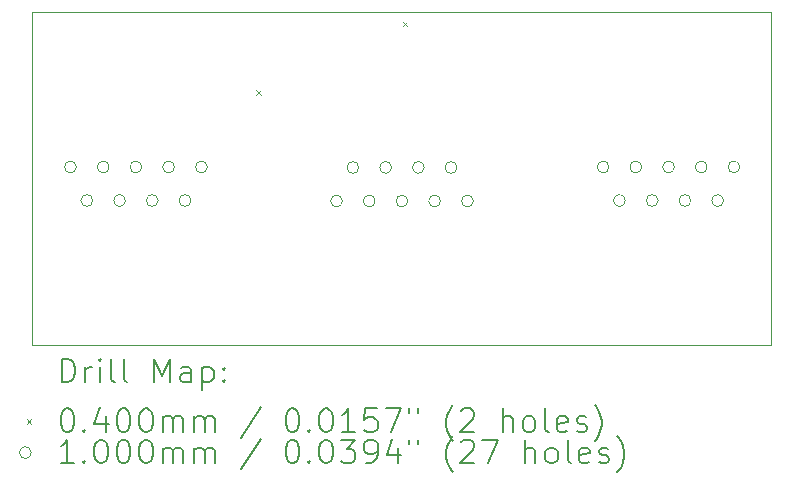
<source format=gbr>
%FSLAX45Y45*%
G04 Gerber Fmt 4.5, Leading zero omitted, Abs format (unit mm)*
G04 Created by KiCad (PCBNEW (6.0.1)) date 2023-01-17 21:15:09*
%MOMM*%
%LPD*%
G01*
G04 APERTURE LIST*
%TA.AperFunction,Profile*%
%ADD10C,0.100000*%
%TD*%
%ADD11C,0.200000*%
%ADD12C,0.040000*%
%ADD13C,0.100000*%
G04 APERTURE END LIST*
D10*
X11160000Y-5920000D02*
X17420000Y-5920000D01*
X17420000Y-5920000D02*
X17420000Y-8740000D01*
X17420000Y-8740000D02*
X11160000Y-8740000D01*
X11160000Y-8740000D02*
X11160000Y-5920000D01*
D11*
D12*
X13060000Y-6580000D02*
X13100000Y-6620000D01*
X13100000Y-6580000D02*
X13060000Y-6620000D01*
X14300000Y-6000000D02*
X14340000Y-6040000D01*
X14340000Y-6000000D02*
X14300000Y-6040000D01*
D13*
X11537000Y-7230967D02*
G75*
G03*
X11537000Y-7230967I-50000J0D01*
G01*
X11675500Y-7514967D02*
G75*
G03*
X11675500Y-7514967I-50000J0D01*
G01*
X11814000Y-7230967D02*
G75*
G03*
X11814000Y-7230967I-50000J0D01*
G01*
X11952500Y-7514967D02*
G75*
G03*
X11952500Y-7514967I-50000J0D01*
G01*
X12091000Y-7230967D02*
G75*
G03*
X12091000Y-7230967I-50000J0D01*
G01*
X12229500Y-7514967D02*
G75*
G03*
X12229500Y-7514967I-50000J0D01*
G01*
X12368000Y-7230967D02*
G75*
G03*
X12368000Y-7230967I-50000J0D01*
G01*
X12506500Y-7514967D02*
G75*
G03*
X12506500Y-7514967I-50000J0D01*
G01*
X12645000Y-7230967D02*
G75*
G03*
X12645000Y-7230967I-50000J0D01*
G01*
X13790000Y-7519033D02*
G75*
G03*
X13790000Y-7519033I-50000J0D01*
G01*
X13928500Y-7235033D02*
G75*
G03*
X13928500Y-7235033I-50000J0D01*
G01*
X14067000Y-7519033D02*
G75*
G03*
X14067000Y-7519033I-50000J0D01*
G01*
X14205500Y-7235033D02*
G75*
G03*
X14205500Y-7235033I-50000J0D01*
G01*
X14344000Y-7519033D02*
G75*
G03*
X14344000Y-7519033I-50000J0D01*
G01*
X14482500Y-7235033D02*
G75*
G03*
X14482500Y-7235033I-50000J0D01*
G01*
X14621000Y-7519033D02*
G75*
G03*
X14621000Y-7519033I-50000J0D01*
G01*
X14759500Y-7235033D02*
G75*
G03*
X14759500Y-7235033I-50000J0D01*
G01*
X14898000Y-7519033D02*
G75*
G03*
X14898000Y-7519033I-50000J0D01*
G01*
X16047000Y-7230967D02*
G75*
G03*
X16047000Y-7230967I-50000J0D01*
G01*
X16185500Y-7514967D02*
G75*
G03*
X16185500Y-7514967I-50000J0D01*
G01*
X16324000Y-7230967D02*
G75*
G03*
X16324000Y-7230967I-50000J0D01*
G01*
X16462500Y-7514967D02*
G75*
G03*
X16462500Y-7514967I-50000J0D01*
G01*
X16601000Y-7230967D02*
G75*
G03*
X16601000Y-7230967I-50000J0D01*
G01*
X16739500Y-7514967D02*
G75*
G03*
X16739500Y-7514967I-50000J0D01*
G01*
X16878000Y-7230967D02*
G75*
G03*
X16878000Y-7230967I-50000J0D01*
G01*
X17016500Y-7514967D02*
G75*
G03*
X17016500Y-7514967I-50000J0D01*
G01*
X17155000Y-7230967D02*
G75*
G03*
X17155000Y-7230967I-50000J0D01*
G01*
D11*
X11412619Y-9055476D02*
X11412619Y-8855476D01*
X11460238Y-8855476D01*
X11488809Y-8865000D01*
X11507857Y-8884048D01*
X11517381Y-8903095D01*
X11526905Y-8941190D01*
X11526905Y-8969762D01*
X11517381Y-9007857D01*
X11507857Y-9026905D01*
X11488809Y-9045952D01*
X11460238Y-9055476D01*
X11412619Y-9055476D01*
X11612619Y-9055476D02*
X11612619Y-8922143D01*
X11612619Y-8960238D02*
X11622143Y-8941190D01*
X11631667Y-8931667D01*
X11650714Y-8922143D01*
X11669762Y-8922143D01*
X11736428Y-9055476D02*
X11736428Y-8922143D01*
X11736428Y-8855476D02*
X11726905Y-8865000D01*
X11736428Y-8874524D01*
X11745952Y-8865000D01*
X11736428Y-8855476D01*
X11736428Y-8874524D01*
X11860238Y-9055476D02*
X11841190Y-9045952D01*
X11831667Y-9026905D01*
X11831667Y-8855476D01*
X11965000Y-9055476D02*
X11945952Y-9045952D01*
X11936428Y-9026905D01*
X11936428Y-8855476D01*
X12193571Y-9055476D02*
X12193571Y-8855476D01*
X12260238Y-8998333D01*
X12326905Y-8855476D01*
X12326905Y-9055476D01*
X12507857Y-9055476D02*
X12507857Y-8950714D01*
X12498333Y-8931667D01*
X12479286Y-8922143D01*
X12441190Y-8922143D01*
X12422143Y-8931667D01*
X12507857Y-9045952D02*
X12488809Y-9055476D01*
X12441190Y-9055476D01*
X12422143Y-9045952D01*
X12412619Y-9026905D01*
X12412619Y-9007857D01*
X12422143Y-8988810D01*
X12441190Y-8979286D01*
X12488809Y-8979286D01*
X12507857Y-8969762D01*
X12603095Y-8922143D02*
X12603095Y-9122143D01*
X12603095Y-8931667D02*
X12622143Y-8922143D01*
X12660238Y-8922143D01*
X12679286Y-8931667D01*
X12688809Y-8941190D01*
X12698333Y-8960238D01*
X12698333Y-9017381D01*
X12688809Y-9036429D01*
X12679286Y-9045952D01*
X12660238Y-9055476D01*
X12622143Y-9055476D01*
X12603095Y-9045952D01*
X12784048Y-9036429D02*
X12793571Y-9045952D01*
X12784048Y-9055476D01*
X12774524Y-9045952D01*
X12784048Y-9036429D01*
X12784048Y-9055476D01*
X12784048Y-8931667D02*
X12793571Y-8941190D01*
X12784048Y-8950714D01*
X12774524Y-8941190D01*
X12784048Y-8931667D01*
X12784048Y-8950714D01*
D12*
X11115000Y-9365000D02*
X11155000Y-9405000D01*
X11155000Y-9365000D02*
X11115000Y-9405000D01*
D11*
X11450714Y-9275476D02*
X11469762Y-9275476D01*
X11488809Y-9285000D01*
X11498333Y-9294524D01*
X11507857Y-9313571D01*
X11517381Y-9351667D01*
X11517381Y-9399286D01*
X11507857Y-9437381D01*
X11498333Y-9456429D01*
X11488809Y-9465952D01*
X11469762Y-9475476D01*
X11450714Y-9475476D01*
X11431667Y-9465952D01*
X11422143Y-9456429D01*
X11412619Y-9437381D01*
X11403095Y-9399286D01*
X11403095Y-9351667D01*
X11412619Y-9313571D01*
X11422143Y-9294524D01*
X11431667Y-9285000D01*
X11450714Y-9275476D01*
X11603095Y-9456429D02*
X11612619Y-9465952D01*
X11603095Y-9475476D01*
X11593571Y-9465952D01*
X11603095Y-9456429D01*
X11603095Y-9475476D01*
X11784048Y-9342143D02*
X11784048Y-9475476D01*
X11736428Y-9265952D02*
X11688809Y-9408810D01*
X11812619Y-9408810D01*
X11926905Y-9275476D02*
X11945952Y-9275476D01*
X11965000Y-9285000D01*
X11974524Y-9294524D01*
X11984048Y-9313571D01*
X11993571Y-9351667D01*
X11993571Y-9399286D01*
X11984048Y-9437381D01*
X11974524Y-9456429D01*
X11965000Y-9465952D01*
X11945952Y-9475476D01*
X11926905Y-9475476D01*
X11907857Y-9465952D01*
X11898333Y-9456429D01*
X11888809Y-9437381D01*
X11879286Y-9399286D01*
X11879286Y-9351667D01*
X11888809Y-9313571D01*
X11898333Y-9294524D01*
X11907857Y-9285000D01*
X11926905Y-9275476D01*
X12117381Y-9275476D02*
X12136428Y-9275476D01*
X12155476Y-9285000D01*
X12165000Y-9294524D01*
X12174524Y-9313571D01*
X12184048Y-9351667D01*
X12184048Y-9399286D01*
X12174524Y-9437381D01*
X12165000Y-9456429D01*
X12155476Y-9465952D01*
X12136428Y-9475476D01*
X12117381Y-9475476D01*
X12098333Y-9465952D01*
X12088809Y-9456429D01*
X12079286Y-9437381D01*
X12069762Y-9399286D01*
X12069762Y-9351667D01*
X12079286Y-9313571D01*
X12088809Y-9294524D01*
X12098333Y-9285000D01*
X12117381Y-9275476D01*
X12269762Y-9475476D02*
X12269762Y-9342143D01*
X12269762Y-9361190D02*
X12279286Y-9351667D01*
X12298333Y-9342143D01*
X12326905Y-9342143D01*
X12345952Y-9351667D01*
X12355476Y-9370714D01*
X12355476Y-9475476D01*
X12355476Y-9370714D02*
X12365000Y-9351667D01*
X12384048Y-9342143D01*
X12412619Y-9342143D01*
X12431667Y-9351667D01*
X12441190Y-9370714D01*
X12441190Y-9475476D01*
X12536428Y-9475476D02*
X12536428Y-9342143D01*
X12536428Y-9361190D02*
X12545952Y-9351667D01*
X12565000Y-9342143D01*
X12593571Y-9342143D01*
X12612619Y-9351667D01*
X12622143Y-9370714D01*
X12622143Y-9475476D01*
X12622143Y-9370714D02*
X12631667Y-9351667D01*
X12650714Y-9342143D01*
X12679286Y-9342143D01*
X12698333Y-9351667D01*
X12707857Y-9370714D01*
X12707857Y-9475476D01*
X13098333Y-9265952D02*
X12926905Y-9523095D01*
X13355476Y-9275476D02*
X13374524Y-9275476D01*
X13393571Y-9285000D01*
X13403095Y-9294524D01*
X13412619Y-9313571D01*
X13422143Y-9351667D01*
X13422143Y-9399286D01*
X13412619Y-9437381D01*
X13403095Y-9456429D01*
X13393571Y-9465952D01*
X13374524Y-9475476D01*
X13355476Y-9475476D01*
X13336428Y-9465952D01*
X13326905Y-9456429D01*
X13317381Y-9437381D01*
X13307857Y-9399286D01*
X13307857Y-9351667D01*
X13317381Y-9313571D01*
X13326905Y-9294524D01*
X13336428Y-9285000D01*
X13355476Y-9275476D01*
X13507857Y-9456429D02*
X13517381Y-9465952D01*
X13507857Y-9475476D01*
X13498333Y-9465952D01*
X13507857Y-9456429D01*
X13507857Y-9475476D01*
X13641190Y-9275476D02*
X13660238Y-9275476D01*
X13679286Y-9285000D01*
X13688809Y-9294524D01*
X13698333Y-9313571D01*
X13707857Y-9351667D01*
X13707857Y-9399286D01*
X13698333Y-9437381D01*
X13688809Y-9456429D01*
X13679286Y-9465952D01*
X13660238Y-9475476D01*
X13641190Y-9475476D01*
X13622143Y-9465952D01*
X13612619Y-9456429D01*
X13603095Y-9437381D01*
X13593571Y-9399286D01*
X13593571Y-9351667D01*
X13603095Y-9313571D01*
X13612619Y-9294524D01*
X13622143Y-9285000D01*
X13641190Y-9275476D01*
X13898333Y-9475476D02*
X13784048Y-9475476D01*
X13841190Y-9475476D02*
X13841190Y-9275476D01*
X13822143Y-9304048D01*
X13803095Y-9323095D01*
X13784048Y-9332619D01*
X14079286Y-9275476D02*
X13984048Y-9275476D01*
X13974524Y-9370714D01*
X13984048Y-9361190D01*
X14003095Y-9351667D01*
X14050714Y-9351667D01*
X14069762Y-9361190D01*
X14079286Y-9370714D01*
X14088809Y-9389762D01*
X14088809Y-9437381D01*
X14079286Y-9456429D01*
X14069762Y-9465952D01*
X14050714Y-9475476D01*
X14003095Y-9475476D01*
X13984048Y-9465952D01*
X13974524Y-9456429D01*
X14155476Y-9275476D02*
X14288809Y-9275476D01*
X14203095Y-9475476D01*
X14355476Y-9275476D02*
X14355476Y-9313571D01*
X14431667Y-9275476D02*
X14431667Y-9313571D01*
X14726905Y-9551667D02*
X14717381Y-9542143D01*
X14698333Y-9513571D01*
X14688809Y-9494524D01*
X14679286Y-9465952D01*
X14669762Y-9418333D01*
X14669762Y-9380238D01*
X14679286Y-9332619D01*
X14688809Y-9304048D01*
X14698333Y-9285000D01*
X14717381Y-9256429D01*
X14726905Y-9246905D01*
X14793571Y-9294524D02*
X14803095Y-9285000D01*
X14822143Y-9275476D01*
X14869762Y-9275476D01*
X14888809Y-9285000D01*
X14898333Y-9294524D01*
X14907857Y-9313571D01*
X14907857Y-9332619D01*
X14898333Y-9361190D01*
X14784048Y-9475476D01*
X14907857Y-9475476D01*
X15145952Y-9475476D02*
X15145952Y-9275476D01*
X15231667Y-9475476D02*
X15231667Y-9370714D01*
X15222143Y-9351667D01*
X15203095Y-9342143D01*
X15174524Y-9342143D01*
X15155476Y-9351667D01*
X15145952Y-9361190D01*
X15355476Y-9475476D02*
X15336428Y-9465952D01*
X15326905Y-9456429D01*
X15317381Y-9437381D01*
X15317381Y-9380238D01*
X15326905Y-9361190D01*
X15336428Y-9351667D01*
X15355476Y-9342143D01*
X15384048Y-9342143D01*
X15403095Y-9351667D01*
X15412619Y-9361190D01*
X15422143Y-9380238D01*
X15422143Y-9437381D01*
X15412619Y-9456429D01*
X15403095Y-9465952D01*
X15384048Y-9475476D01*
X15355476Y-9475476D01*
X15536428Y-9475476D02*
X15517381Y-9465952D01*
X15507857Y-9446905D01*
X15507857Y-9275476D01*
X15688809Y-9465952D02*
X15669762Y-9475476D01*
X15631667Y-9475476D01*
X15612619Y-9465952D01*
X15603095Y-9446905D01*
X15603095Y-9370714D01*
X15612619Y-9351667D01*
X15631667Y-9342143D01*
X15669762Y-9342143D01*
X15688809Y-9351667D01*
X15698333Y-9370714D01*
X15698333Y-9389762D01*
X15603095Y-9408810D01*
X15774524Y-9465952D02*
X15793571Y-9475476D01*
X15831667Y-9475476D01*
X15850714Y-9465952D01*
X15860238Y-9446905D01*
X15860238Y-9437381D01*
X15850714Y-9418333D01*
X15831667Y-9408810D01*
X15803095Y-9408810D01*
X15784048Y-9399286D01*
X15774524Y-9380238D01*
X15774524Y-9370714D01*
X15784048Y-9351667D01*
X15803095Y-9342143D01*
X15831667Y-9342143D01*
X15850714Y-9351667D01*
X15926905Y-9551667D02*
X15936428Y-9542143D01*
X15955476Y-9513571D01*
X15965000Y-9494524D01*
X15974524Y-9465952D01*
X15984048Y-9418333D01*
X15984048Y-9380238D01*
X15974524Y-9332619D01*
X15965000Y-9304048D01*
X15955476Y-9285000D01*
X15936428Y-9256429D01*
X15926905Y-9246905D01*
D13*
X11155000Y-9649000D02*
G75*
G03*
X11155000Y-9649000I-50000J0D01*
G01*
D11*
X11517381Y-9739476D02*
X11403095Y-9739476D01*
X11460238Y-9739476D02*
X11460238Y-9539476D01*
X11441190Y-9568048D01*
X11422143Y-9587095D01*
X11403095Y-9596619D01*
X11603095Y-9720429D02*
X11612619Y-9729952D01*
X11603095Y-9739476D01*
X11593571Y-9729952D01*
X11603095Y-9720429D01*
X11603095Y-9739476D01*
X11736428Y-9539476D02*
X11755476Y-9539476D01*
X11774524Y-9549000D01*
X11784048Y-9558524D01*
X11793571Y-9577571D01*
X11803095Y-9615667D01*
X11803095Y-9663286D01*
X11793571Y-9701381D01*
X11784048Y-9720429D01*
X11774524Y-9729952D01*
X11755476Y-9739476D01*
X11736428Y-9739476D01*
X11717381Y-9729952D01*
X11707857Y-9720429D01*
X11698333Y-9701381D01*
X11688809Y-9663286D01*
X11688809Y-9615667D01*
X11698333Y-9577571D01*
X11707857Y-9558524D01*
X11717381Y-9549000D01*
X11736428Y-9539476D01*
X11926905Y-9539476D02*
X11945952Y-9539476D01*
X11965000Y-9549000D01*
X11974524Y-9558524D01*
X11984048Y-9577571D01*
X11993571Y-9615667D01*
X11993571Y-9663286D01*
X11984048Y-9701381D01*
X11974524Y-9720429D01*
X11965000Y-9729952D01*
X11945952Y-9739476D01*
X11926905Y-9739476D01*
X11907857Y-9729952D01*
X11898333Y-9720429D01*
X11888809Y-9701381D01*
X11879286Y-9663286D01*
X11879286Y-9615667D01*
X11888809Y-9577571D01*
X11898333Y-9558524D01*
X11907857Y-9549000D01*
X11926905Y-9539476D01*
X12117381Y-9539476D02*
X12136428Y-9539476D01*
X12155476Y-9549000D01*
X12165000Y-9558524D01*
X12174524Y-9577571D01*
X12184048Y-9615667D01*
X12184048Y-9663286D01*
X12174524Y-9701381D01*
X12165000Y-9720429D01*
X12155476Y-9729952D01*
X12136428Y-9739476D01*
X12117381Y-9739476D01*
X12098333Y-9729952D01*
X12088809Y-9720429D01*
X12079286Y-9701381D01*
X12069762Y-9663286D01*
X12069762Y-9615667D01*
X12079286Y-9577571D01*
X12088809Y-9558524D01*
X12098333Y-9549000D01*
X12117381Y-9539476D01*
X12269762Y-9739476D02*
X12269762Y-9606143D01*
X12269762Y-9625190D02*
X12279286Y-9615667D01*
X12298333Y-9606143D01*
X12326905Y-9606143D01*
X12345952Y-9615667D01*
X12355476Y-9634714D01*
X12355476Y-9739476D01*
X12355476Y-9634714D02*
X12365000Y-9615667D01*
X12384048Y-9606143D01*
X12412619Y-9606143D01*
X12431667Y-9615667D01*
X12441190Y-9634714D01*
X12441190Y-9739476D01*
X12536428Y-9739476D02*
X12536428Y-9606143D01*
X12536428Y-9625190D02*
X12545952Y-9615667D01*
X12565000Y-9606143D01*
X12593571Y-9606143D01*
X12612619Y-9615667D01*
X12622143Y-9634714D01*
X12622143Y-9739476D01*
X12622143Y-9634714D02*
X12631667Y-9615667D01*
X12650714Y-9606143D01*
X12679286Y-9606143D01*
X12698333Y-9615667D01*
X12707857Y-9634714D01*
X12707857Y-9739476D01*
X13098333Y-9529952D02*
X12926905Y-9787095D01*
X13355476Y-9539476D02*
X13374524Y-9539476D01*
X13393571Y-9549000D01*
X13403095Y-9558524D01*
X13412619Y-9577571D01*
X13422143Y-9615667D01*
X13422143Y-9663286D01*
X13412619Y-9701381D01*
X13403095Y-9720429D01*
X13393571Y-9729952D01*
X13374524Y-9739476D01*
X13355476Y-9739476D01*
X13336428Y-9729952D01*
X13326905Y-9720429D01*
X13317381Y-9701381D01*
X13307857Y-9663286D01*
X13307857Y-9615667D01*
X13317381Y-9577571D01*
X13326905Y-9558524D01*
X13336428Y-9549000D01*
X13355476Y-9539476D01*
X13507857Y-9720429D02*
X13517381Y-9729952D01*
X13507857Y-9739476D01*
X13498333Y-9729952D01*
X13507857Y-9720429D01*
X13507857Y-9739476D01*
X13641190Y-9539476D02*
X13660238Y-9539476D01*
X13679286Y-9549000D01*
X13688809Y-9558524D01*
X13698333Y-9577571D01*
X13707857Y-9615667D01*
X13707857Y-9663286D01*
X13698333Y-9701381D01*
X13688809Y-9720429D01*
X13679286Y-9729952D01*
X13660238Y-9739476D01*
X13641190Y-9739476D01*
X13622143Y-9729952D01*
X13612619Y-9720429D01*
X13603095Y-9701381D01*
X13593571Y-9663286D01*
X13593571Y-9615667D01*
X13603095Y-9577571D01*
X13612619Y-9558524D01*
X13622143Y-9549000D01*
X13641190Y-9539476D01*
X13774524Y-9539476D02*
X13898333Y-9539476D01*
X13831667Y-9615667D01*
X13860238Y-9615667D01*
X13879286Y-9625190D01*
X13888809Y-9634714D01*
X13898333Y-9653762D01*
X13898333Y-9701381D01*
X13888809Y-9720429D01*
X13879286Y-9729952D01*
X13860238Y-9739476D01*
X13803095Y-9739476D01*
X13784048Y-9729952D01*
X13774524Y-9720429D01*
X13993571Y-9739476D02*
X14031667Y-9739476D01*
X14050714Y-9729952D01*
X14060238Y-9720429D01*
X14079286Y-9691857D01*
X14088809Y-9653762D01*
X14088809Y-9577571D01*
X14079286Y-9558524D01*
X14069762Y-9549000D01*
X14050714Y-9539476D01*
X14012619Y-9539476D01*
X13993571Y-9549000D01*
X13984048Y-9558524D01*
X13974524Y-9577571D01*
X13974524Y-9625190D01*
X13984048Y-9644238D01*
X13993571Y-9653762D01*
X14012619Y-9663286D01*
X14050714Y-9663286D01*
X14069762Y-9653762D01*
X14079286Y-9644238D01*
X14088809Y-9625190D01*
X14260238Y-9606143D02*
X14260238Y-9739476D01*
X14212619Y-9529952D02*
X14165000Y-9672810D01*
X14288809Y-9672810D01*
X14355476Y-9539476D02*
X14355476Y-9577571D01*
X14431667Y-9539476D02*
X14431667Y-9577571D01*
X14726905Y-9815667D02*
X14717381Y-9806143D01*
X14698333Y-9777571D01*
X14688809Y-9758524D01*
X14679286Y-9729952D01*
X14669762Y-9682333D01*
X14669762Y-9644238D01*
X14679286Y-9596619D01*
X14688809Y-9568048D01*
X14698333Y-9549000D01*
X14717381Y-9520429D01*
X14726905Y-9510905D01*
X14793571Y-9558524D02*
X14803095Y-9549000D01*
X14822143Y-9539476D01*
X14869762Y-9539476D01*
X14888809Y-9549000D01*
X14898333Y-9558524D01*
X14907857Y-9577571D01*
X14907857Y-9596619D01*
X14898333Y-9625190D01*
X14784048Y-9739476D01*
X14907857Y-9739476D01*
X14974524Y-9539476D02*
X15107857Y-9539476D01*
X15022143Y-9739476D01*
X15336428Y-9739476D02*
X15336428Y-9539476D01*
X15422143Y-9739476D02*
X15422143Y-9634714D01*
X15412619Y-9615667D01*
X15393571Y-9606143D01*
X15365000Y-9606143D01*
X15345952Y-9615667D01*
X15336428Y-9625190D01*
X15545952Y-9739476D02*
X15526905Y-9729952D01*
X15517381Y-9720429D01*
X15507857Y-9701381D01*
X15507857Y-9644238D01*
X15517381Y-9625190D01*
X15526905Y-9615667D01*
X15545952Y-9606143D01*
X15574524Y-9606143D01*
X15593571Y-9615667D01*
X15603095Y-9625190D01*
X15612619Y-9644238D01*
X15612619Y-9701381D01*
X15603095Y-9720429D01*
X15593571Y-9729952D01*
X15574524Y-9739476D01*
X15545952Y-9739476D01*
X15726905Y-9739476D02*
X15707857Y-9729952D01*
X15698333Y-9710905D01*
X15698333Y-9539476D01*
X15879286Y-9729952D02*
X15860238Y-9739476D01*
X15822143Y-9739476D01*
X15803095Y-9729952D01*
X15793571Y-9710905D01*
X15793571Y-9634714D01*
X15803095Y-9615667D01*
X15822143Y-9606143D01*
X15860238Y-9606143D01*
X15879286Y-9615667D01*
X15888809Y-9634714D01*
X15888809Y-9653762D01*
X15793571Y-9672810D01*
X15965000Y-9729952D02*
X15984048Y-9739476D01*
X16022143Y-9739476D01*
X16041190Y-9729952D01*
X16050714Y-9710905D01*
X16050714Y-9701381D01*
X16041190Y-9682333D01*
X16022143Y-9672810D01*
X15993571Y-9672810D01*
X15974524Y-9663286D01*
X15965000Y-9644238D01*
X15965000Y-9634714D01*
X15974524Y-9615667D01*
X15993571Y-9606143D01*
X16022143Y-9606143D01*
X16041190Y-9615667D01*
X16117381Y-9815667D02*
X16126905Y-9806143D01*
X16145952Y-9777571D01*
X16155476Y-9758524D01*
X16165000Y-9729952D01*
X16174524Y-9682333D01*
X16174524Y-9644238D01*
X16165000Y-9596619D01*
X16155476Y-9568048D01*
X16145952Y-9549000D01*
X16126905Y-9520429D01*
X16117381Y-9510905D01*
M02*

</source>
